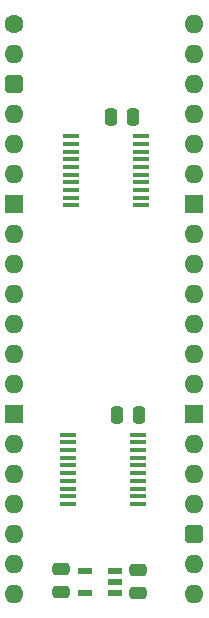
<source format=gts>
%TF.GenerationSoftware,KiCad,Pcbnew,8.0.7*%
%TF.CreationDate,2025-01-15T15:17:57+02:00*%
%TF.ProjectId,D Flip Flop 16bit,4420466c-6970-4204-966c-6f7020313662,V0*%
%TF.SameCoordinates,Original*%
%TF.FileFunction,Soldermask,Top*%
%TF.FilePolarity,Negative*%
%FSLAX46Y46*%
G04 Gerber Fmt 4.6, Leading zero omitted, Abs format (unit mm)*
G04 Created by KiCad (PCBNEW 8.0.7) date 2025-01-15 15:17:57*
%MOMM*%
%LPD*%
G01*
G04 APERTURE LIST*
G04 Aperture macros list*
%AMRoundRect*
0 Rectangle with rounded corners*
0 $1 Rounding radius*
0 $2 $3 $4 $5 $6 $7 $8 $9 X,Y pos of 4 corners*
0 Add a 4 corners polygon primitive as box body*
4,1,4,$2,$3,$4,$5,$6,$7,$8,$9,$2,$3,0*
0 Add four circle primitives for the rounded corners*
1,1,$1+$1,$2,$3*
1,1,$1+$1,$4,$5*
1,1,$1+$1,$6,$7*
1,1,$1+$1,$8,$9*
0 Add four rect primitives between the rounded corners*
20,1,$1+$1,$2,$3,$4,$5,0*
20,1,$1+$1,$4,$5,$6,$7,0*
20,1,$1+$1,$6,$7,$8,$9,0*
20,1,$1+$1,$8,$9,$2,$3,0*%
G04 Aperture macros list end*
%ADD10R,1.475000X0.450000*%
%ADD11RoundRect,0.250000X0.250000X0.475000X-0.250000X0.475000X-0.250000X-0.475000X0.250000X-0.475000X0*%
%ADD12RoundRect,0.250000X-0.475000X0.250000X-0.475000X-0.250000X0.475000X-0.250000X0.475000X0.250000X0*%
%ADD13RoundRect,0.250000X0.475000X-0.250000X0.475000X0.250000X-0.475000X0.250000X-0.475000X-0.250000X0*%
%ADD14C,1.600000*%
%ADD15O,1.600000X1.600000*%
%ADD16RoundRect,0.400000X-0.400000X-0.400000X0.400000X-0.400000X0.400000X0.400000X-0.400000X0.400000X0*%
%ADD17R,1.600000X1.600000*%
%ADD18R,1.150000X0.600000*%
G04 APERTURE END LIST*
D10*
%TO.C,IC1*%
X4555000Y-34794000D03*
X4555000Y-35444000D03*
X4555000Y-36094000D03*
X4555000Y-36744000D03*
X4555000Y-37394000D03*
X4555000Y-38044000D03*
X4555000Y-38694000D03*
X4555000Y-39344000D03*
X4555000Y-39994000D03*
X4555000Y-40644000D03*
X10431000Y-40644000D03*
X10431000Y-39994000D03*
X10431000Y-39344000D03*
X10431000Y-38694000D03*
X10431000Y-38044000D03*
X10431000Y-37394000D03*
X10431000Y-36744000D03*
X10431000Y-36094000D03*
X10431000Y-35444000D03*
X10431000Y-34794000D03*
%TD*%
D11*
%TO.C,C2*%
X10078000Y-7874000D03*
X8178000Y-7874000D03*
%TD*%
D10*
%TO.C,IC2*%
X4809000Y-9521000D03*
X4809000Y-10171000D03*
X4809000Y-10821000D03*
X4809000Y-11471000D03*
X4809000Y-12121000D03*
X4809000Y-12771000D03*
X4809000Y-13421000D03*
X4809000Y-14071000D03*
X4809000Y-14721000D03*
X4809000Y-15371000D03*
X10685000Y-15371000D03*
X10685000Y-14721000D03*
X10685000Y-14071000D03*
X10685000Y-13421000D03*
X10685000Y-12771000D03*
X10685000Y-12121000D03*
X10685000Y-11471000D03*
X10685000Y-10821000D03*
X10685000Y-10171000D03*
X10685000Y-9521000D03*
%TD*%
D11*
%TO.C,C1*%
X10547000Y-33147000D03*
X8647000Y-33147000D03*
%TD*%
D12*
%TO.C,C9*%
X3967000Y-46183000D03*
X3967000Y-48083000D03*
%TD*%
D13*
%TO.C,C8*%
X10444000Y-48178000D03*
X10444000Y-46278000D03*
%TD*%
D14*
%TO.C,J2*%
X0Y0D03*
D15*
X0Y-2540000D03*
D16*
X0Y-5080000D03*
D15*
X0Y-7620000D03*
X0Y-10160000D03*
X0Y-12700000D03*
D17*
X0Y-15240000D03*
D15*
X0Y-17780000D03*
X0Y-20320000D03*
X0Y-22860000D03*
X0Y-25400000D03*
X0Y-27940000D03*
X0Y-30480000D03*
D17*
X0Y-33020000D03*
D15*
X0Y-35560000D03*
X0Y-38100000D03*
X0Y-40640000D03*
X0Y-43180000D03*
X0Y-45720000D03*
X0Y-48260000D03*
X15240000Y-48260000D03*
X15240000Y-45720000D03*
D16*
X15240000Y-43180000D03*
D15*
X15240000Y-40640000D03*
X15240000Y-38100000D03*
X15240000Y-35560000D03*
D17*
X15240000Y-33020000D03*
D15*
X15240000Y-30480000D03*
X15240000Y-27940000D03*
X15240000Y-25400000D03*
X15240000Y-22860000D03*
X15240000Y-20320000D03*
X15240000Y-17780000D03*
D17*
X15240000Y-15240000D03*
D15*
X15240000Y-12700000D03*
X15240000Y-10160000D03*
X15240000Y-7620000D03*
X15240000Y-5080000D03*
X15240000Y-2540000D03*
X15240000Y0D03*
%TD*%
D18*
%TO.C,IC5*%
X8539000Y-48194000D03*
X8539000Y-47244000D03*
X8539000Y-46294000D03*
X5939000Y-46294000D03*
X5939000Y-48194000D03*
%TD*%
M02*

</source>
